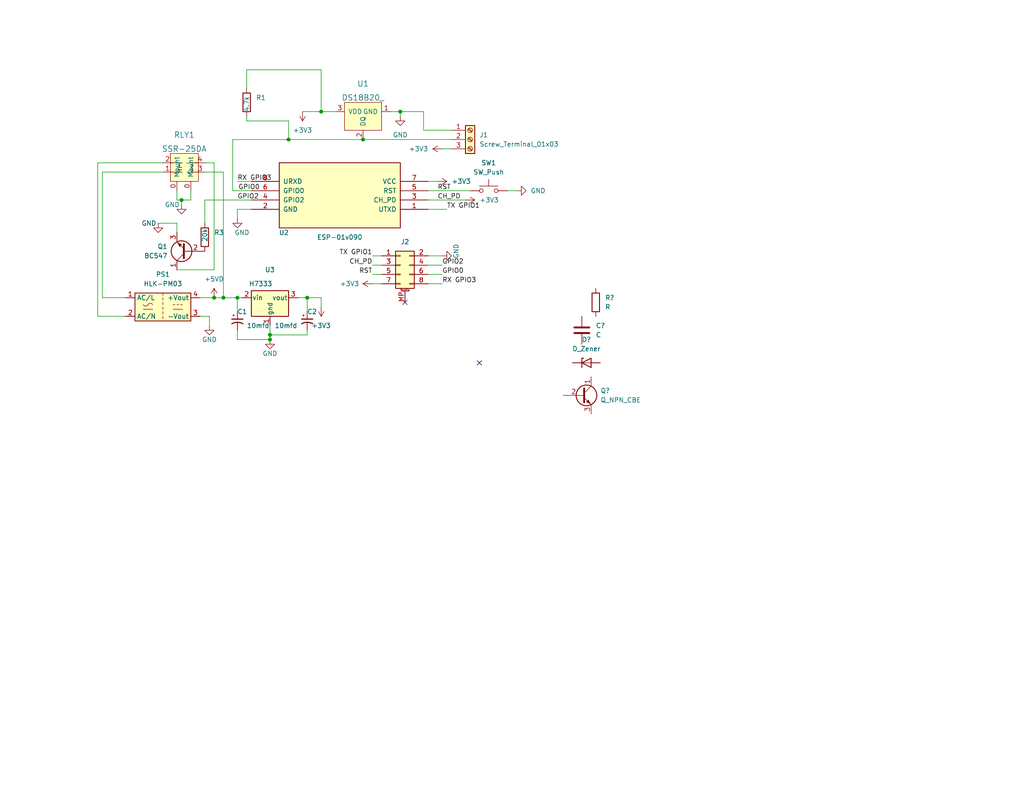
<source format=kicad_sch>
(kicad_sch (version 20211123) (generator eeschema)
  (paper "A")
  (title_block (title "Attic Fan controller Board") (date "2022-01-08") (rev "V01"))
  (lib_symbols
    (symbol "AtticFan_ESP01:ESP-01v090" (pin_names (offset 1.016))
      (property "Reference" "U2" (at 0 13.97 0))
      (property "Value" "ESP-01v090" (at 0 11.43 0))
      (symbol "ESP-01v090_1_0"
        (rectangle (start -16.51 -8.89) (end 16.51 8.89) (stroke (width 0.254)) (fill (type background)))
      )
      (symbol "ESP-01v090_1_1"
        (pin output line (at -24.13 3.81 0) (length 7.62) (name "UTXD") (number "1"))
        (pin power_in line (at 24.13 3.81 180) (length 7.62) (name "GND") (number "2"))
        (pin input line (at -24.13 1.27 0) (length 7.62) (name "CH_PD") (number "3"))
        (pin bidirectional line (at 24.13 1.27 180) (length 7.62) (name "GPIO2") (number "4"))
        (pin input line (at -24.13 -1.27 0) (length 7.62) (name "RST") (number "5"))
        (pin power_out line (at 24.13 -1.27 180) (length 7.62) (name "GPIO0") (number "6"))
        (pin power_in line (at -24.13 -3.81 0) (length 7.62) (name "VCC") (number "7"))
        (pin input line (at 24.13 -3.81 180) (length 7.62) (name "URXD") (number "8"))
      )
    )
    (symbol "AtticFan_Library:SSR-25DA" (pin_names (offset 1.016))
      (property "Reference" "RLY1" (at 3.302 11.43 0))
      (property "Value" "SSR-25DA" (at 3.302 7.62 0))
      (symbol "SSR-25DA_0_1"
        (polyline (pts (xy 1.397 2.54) (xy 2.667 2.54)))
        (polyline (pts (xy 2.667 1.905) (xy 1.397 1.905)))
        (polyline (pts (xy 5.207 1.27) (xy 7.112 1.27)))
        (polyline (pts (xy 7.112 3.81) (xy 5.207 3.81)))
        (polyline (pts (xy -0.508 1.27) (xy 2.032 1.27) (xy 2.032 1.905)))
        (polyline (pts (xy 2.032 2.54) (xy 2.032 3.81) (xy -0.508 3.81)))
        (arc (start 5.207 1.27) (mid 5.5121 1.5875) (end 5.207 1.905))
        (arc (start 5.207 1.905) (mid 5.5121 2.2225) (end 5.207 2.54))
        (arc (start 5.207 2.54) (mid 5.5121 2.8575) (end 5.207 3.175))
        (arc (start 5.207 3.175) (mid 5.5121 3.4925) (end 5.207 3.81))
        (rectangle (start 7.112 -1.27) (end -0.508 6.35) (fill (type background)))
      )
      (symbol "SSR-25DA_1_1"
        (pin power_in line (at 1.27 -3.81 90) (length 2.54) (name "Mount") (number "0"))
        (pin power_in line (at 5.08 -3.81 90) (length 2.54) (name "Mount") (number "0"))
        (pin power_out line (at -2.54 1.27 0) (length 2.54) (name "~~") (number "1"))
        (pin power_in line (at -2.54 3.81 0) (length 2.54) (name "~~") (number "2"))
        (pin power_in line (at 8.89 1.27 180) (length 2.54) (name "+") (number "3"))
        (pin power_in line (at 8.89 3.81 180) (length 2.54) (name "-") (number "4"))
      )
    )
    (symbol "Connector:Screw_Terminal_01x03" (pin_names (offset 1.016) hide)
      (property "Reference" "J" (at 0 5.08 0))
      (property "Value" "Screw_Terminal_01x03" (at 0 -5.08 0))
      (symbol "Screw_Terminal_01x03_1_1"
        (rectangle (start -1.27 3.81) (end 1.27 -3.81) (stroke (width 0.254)) (fill (type background)))
        (circle (center 0 -2.54) (radius 0.635) (stroke (width 0.1524)))
        (polyline (pts (xy -0.5334 -2.2098) (xy 0.3302 -3.048)) (stroke (width 0.1524)))
        (polyline (pts (xy -0.5334 0.3302) (xy 0.3302 -0.508)) (stroke (width 0.1524)))
        (polyline (pts (xy -0.5334 2.8702) (xy 0.3302 2.032)) (stroke (width 0.1524)))
        (polyline (pts (xy -0.3556 -2.032) (xy 0.508 -2.8702)) (stroke (width 0.1524)))
        (polyline (pts (xy -0.3556 0.508) (xy 0.508 -0.3302)) (stroke (width 0.1524)))
        (polyline (pts (xy -0.3556 3.048) (xy 0.508 2.2098)) (stroke (width 0.1524)))
        (circle (center 0 0) (radius 0.635) (stroke (width 0.1524)))
        (circle (center 0 2.54) (radius 0.635) (stroke (width 0.1524)))
        (pin passive line (at -5.08 2.54 0) (length 3.81) (name "Pin_1") (number "1"))
        (pin passive line (at -5.08 0 0) (length 3.81) (name "Pin_2") (number "2"))
        (pin passive line (at -5.08 -2.54 0) (length 3.81) (name "Pin_3") (number "3"))
      )
    )
    (symbol "Connector_Generic_MountingPin:Conn_02x04_Odd_Even_MountingPin" (pin_names (offset 1.016) hide)
      (property "Reference" "J" (at 1.27 5.08 0))
      (property "Value" "Conn_02x04_Odd_Even_MountingPin" (at 2.54 -7.62 0))
      (symbol "Conn_02x04_Odd_Even_MountingPin_1_1"
        (rectangle (start -1.27 -4.953) (end 0 -5.207) (stroke (width 0.1524)))
        (rectangle (start -1.27 -2.413) (end 0 -2.667) (stroke (width 0.1524)))
        (rectangle (start -1.27 0.127) (end 0 -0.127) (stroke (width 0.1524)))
        (rectangle (start -1.27 2.667) (end 0 2.413) (stroke (width 0.1524)))
        (rectangle (start -1.27 3.81) (end 3.81 -6.35) (stroke (width 0.254)) (fill (type background)))
        (polyline (pts (xy 0.254 -7.112) (xy 2.286 -7.112)) (stroke (width 0.1524)))
        (rectangle (start 3.81 -4.953) (end 2.54 -5.207) (stroke (width 0.1524)))
        (rectangle (start 3.81 -2.413) (end 2.54 -2.667) (stroke (width 0.1524)))
        (rectangle (start 3.81 0.127) (end 2.54 -0.127) (stroke (width 0.1524)))
        (rectangle (start 3.81 2.667) (end 2.54 2.413) (stroke (width 0.1524)))
        (text "Mounting" (at 1.27 -6.731 0) (effects (font (size 0.381 0.381))))
        (pin passive line (at -5.08 2.54 0) (length 3.81) (name "Pin_1") (number "1"))
        (pin passive line (at 7.62 2.54 180) (length 3.81) (name "Pin_2") (number "2"))
        (pin passive line (at -5.08 0 0) (length 3.81) (name "Pin_3") (number "3"))
        (pin passive line (at 7.62 0 180) (length 3.81) (name "Pin_4") (number "4"))
        (pin passive line (at -5.08 -2.54 0) (length 3.81) (name "Pin_5") (number "5"))
        (pin passive line (at 7.62 -2.54 180) (length 3.81) (name "Pin_6") (number "6"))
        (pin passive line (at -5.08 -5.08 0) (length 3.81) (name "Pin_7") (number "7"))
        (pin passive line (at 7.62 -5.08 180) (length 3.81) (name "Pin_8") (number "8"))
        (pin passive line (at 1.27 -10.16 90) (length 3.048) (name "MountPin") (number "MP"))
      )
    )
    (symbol "Converter_ACDC:HLK-PM03"
      (property "Reference" "PS" (at 0 5.08 0))
      (property "Value" "HLK-PM03" (at 0 -5.08 0))
      (symbol "HLK-PM03_0_1"
        (rectangle (start -7.62 3.81) (end 7.62 -3.81) (stroke (width 0.254)) (fill (type background)))
        (arc (start -5.334 0.635) (mid -4.699 0.2495) (end -4.064 0.635))
        (arc (start -2.794 0.635) (mid -3.429 1.0072) (end -4.064 0.635))
        (polyline (pts (xy -5.334 -0.635) (xy -2.794 -0.635)))
        (polyline (pts (xy 0 -2.54) (xy 0 -3.175)))
        (polyline (pts (xy 0 -1.27) (xy 0 -1.905)))
        (polyline (pts (xy 0 0) (xy 0 -0.635)))
        (polyline (pts (xy 0 1.27) (xy 0 0.635)))
        (polyline (pts (xy 0 2.54) (xy 0 1.905)))
        (polyline (pts (xy 0 3.81) (xy 0 3.175)))
        (polyline (pts (xy 2.794 -0.635) (xy 5.334 -0.635)))
        (polyline (pts (xy 2.794 0.635) (xy 3.302 0.635)))
        (polyline (pts (xy 3.81 0.635) (xy 4.318 0.635)))
        (polyline (pts (xy 4.826 0.635) (xy 5.334 0.635)))
      )
      (symbol "HLK-PM03_1_1"
        (pin power_in line (at -10.16 2.54 0) (length 2.54) (name "AC/L") (number "1"))
        (pin power_in line (at -10.16 -2.54 0) (length 2.54) (name "AC/N") (number "2"))
        (pin power_out line (at 10.16 -2.54 180) (length 2.54) (name "-Vout") (number "3"))
        (pin power_out line (at 10.16 2.54 180) (length 2.54) (name "+Vout") (number "4"))
      )
    )
    (symbol "Device:C" (pin_numbers hide) (pin_names (offset 0.254))
      (property "Reference" "C" (at 0.635 2.54 0))
      (property "Value" "C" (at 0.635 -2.54 0))
      (symbol "C_0_1"
        (polyline (pts (xy -2.032 -0.762) (xy 2.032 -0.762)) (stroke (width 0.508)))
        (polyline (pts (xy -2.032 0.762) (xy 2.032 0.762)) (stroke (width 0.508)))
      )
      (symbol "C_1_1"
        (pin passive line (at 0 3.81 270) (length 2.794) (name "~") (number "1"))
        (pin passive line (at 0 -3.81 90) (length 2.794) (name "~") (number "2"))
      )
    )
    (symbol "Device:C_Polarized_Small_US" (pin_numbers hide) (pin_names (offset 0.254) hide)
      (property "Reference" "C" (at 0.254 1.778 0))
      (property "Value" "C_Polarized_Small_US" (at 0.254 -2.032 0))
      (symbol "C_Polarized_Small_US_0_1"
        (polyline (pts (xy -1.524 0.508) (xy 1.524 0.508)) (stroke (width 0.3048)))
        (polyline (pts (xy -1.27 1.524) (xy -0.762 1.524)))
        (polyline (pts (xy -1.016 1.27) (xy -1.016 1.778)))
        (arc (start 1.524 -0.762) (mid 0 -0.3734) (end -1.524 -0.762) (stroke (width 0.3048)))
      )
      (symbol "C_Polarized_Small_US_1_1"
        (pin passive line (at 0 2.54 270) (length 2.032) (name "~") (number "1"))
        (pin passive line (at 0 -2.54 90) (length 2.032) (name "~") (number "2"))
      )
    )
    (symbol "Device:D_Zener" (pin_numbers hide) (pin_names (offset 1.016) hide)
      (property "Reference" "D" (at 0 2.54 0))
      (property "Value" "D_Zener" (at 0 -2.54 0))
      (symbol "D_Zener_0_1"
        (polyline (pts (xy 1.27 0) (xy -1.27 0)))
        (polyline (pts (xy -1.27 -1.27) (xy -1.27 1.27) (xy -0.762 1.27)) (stroke (width 0.254)))
        (polyline (pts (xy 1.27 -1.27) (xy 1.27 1.27) (xy -1.27 0) (xy 1.27 -1.27)) (stroke (width 0.254)))
      )
      (symbol "D_Zener_1_1"
        (pin passive line (at -3.81 0 0) (length 2.54) (name "K") (number "1"))
        (pin passive line (at 3.81 0 180) (length 2.54) (name "A") (number "2"))
      )
    )
    (symbol "Device:Q_NPN_CBE" (pin_names (offset 0) hide)
      (property "Reference" "Q" (at 5.08 1.27 0))
      (property "Value" "Q_NPN_CBE" (at 5.08 -1.27 0))
      (symbol "Q_NPN_CBE_0_1"
        (polyline (pts (xy 0.635 0.635) (xy 2.54 2.54)))
        (polyline (pts (xy 0.635 -0.635) (xy 2.54 -2.54) (xy 2.54 -2.54)))
        (polyline (pts (xy 0.635 1.905) (xy 0.635 -1.905) (xy 0.635 -1.905)) (stroke (width 0.508)))
        (polyline (pts (xy 1.27 -1.778) (xy 1.778 -1.27) (xy 2.286 -2.286) (xy 1.27 -1.778) (xy 1.27 -1.778)) (fill (type outline)))
        (circle (center 1.27 0) (radius 2.8194) (stroke (width 0.254)))
      )
      (symbol "Q_NPN_CBE_1_1"
        (pin passive line (at 2.54 5.08 270) (length 2.54) (name "C") (number "1"))
        (pin input line (at -5.08 0 0) (length 5.715) (name "B") (number "2"))
        (pin passive line (at 2.54 -5.08 90) (length 2.54) (name "E") (number "3"))
      )
    )
    (symbol "Device:R" (pin_numbers hide) (pin_names (offset 0))
      (property "Reference" "R" (at 2.032 0 90))
      (property "Value" "R" (at 0 0 90))
      (symbol "R_0_1"
        (rectangle (start -1.016 -2.54) (end 1.016 2.54) (stroke (width 0.254)))
      )
      (symbol "R_1_1"
        (pin passive line (at 0 3.81 270) (length 1.27) (name "~") (number "1"))
        (pin passive line (at 0 -3.81 90) (length 1.27) (name "~") (number "2"))
      )
    )
    (symbol "Regulator_Linear:LM317L_SOT-89" (pin_names (offset 0.254))
      (property "Reference" "U?" (at 0 7.62 0))
      (property "Value" "H7333" (at -2.54 3.81 0))
      (symbol "LM317L_SOT-89_0_1"
        (rectangle (start -5.08 1.905) (end 5.08 -5.08) (stroke (width 0.254)) (fill (type background)))
      )
      (symbol "LM317L_SOT-89_1_1"
        (pin bidirectional line (at 0 -7.62 90) (length 2.54) (name "gnd") (number "1"))
        (pin power_in line (at -7.62 0 0) (length 2.54) (name "vin") (number "2"))
        (pin power_out line (at 7.62 0 180) (length 2.54) (name "vout") (number "3"))
      )
    )
    (symbol "Switch:SW_Push" (pin_numbers hide) (pin_names (offset 1.016) hide)
      (property "Reference" "SW" (at 1.27 2.54 0))
      (property "Value" "SW_Push" (at 0 -1.524 0))
      (symbol "SW_Push_0_1"
        (circle (center -2.032 0) (radius 0.508))
        (polyline (pts (xy 0 1.27) (xy 0 3.048)))
        (polyline (pts (xy 2.54 1.27) (xy -2.54 1.27)))
        (circle (center 2.032 0) (radius 0.508))
        (pin passive line (at -5.08 0 0) (length 2.54) (name "1") (number "1"))
        (pin passive line (at 5.08 0 180) (length 2.54) (name "2") (number "2"))
      )
    )
    (symbol "Transistor_BJT:BC547" (pin_names (offset 0) hide)
      (property "Reference" "Q" (at 5.08 1.905 0))
      (property "Value" "BC547" (at 5.08 0 0))
      (symbol "BC547_0_1"
        (polyline (pts (xy 0 0) (xy 0.635 0)))
        (polyline (pts (xy 0.635 0.635) (xy 2.54 2.54)))
        (polyline (pts (xy 0.635 -0.635) (xy 2.54 -2.54) (xy 2.54 -2.54)))
        (polyline (pts (xy 0.635 1.905) (xy 0.635 -1.905) (xy 0.635 -1.905)) (stroke (width 0.508)))
        (polyline (pts (xy 1.27 -1.778) (xy 1.778 -1.27) (xy 2.286 -2.286) (xy 1.27 -1.778) (xy 1.27 -1.778)) (fill (type outline)))
        (circle (center 1.27 0) (radius 2.8194) (stroke (width 0.254)))
      )
      (symbol "BC547_1_1"
        (pin passive line (at 2.54 5.08 270) (length 2.54) (name "C") (number "1"))
        (pin input line (at -5.08 0 0) (length 5.08) (name "B") (number "2"))
        (pin passive line (at 2.54 -5.08 90) (length 2.54) (name "E") (number "3"))
      )
    )
    (symbol "dk_Temperature-Sensors-Analog-and-Digital-Output:DS18B20_" (pin_names (offset 1.016))
      (property "Reference" "U" (at -6.35 6.35 0))
      (property "Value" "DS18B20_" (at 2.54 -7.62 0))
      (symbol "DS18B20__0_1"
        (rectangle (start -5.08 5.08) (end 2.54 -5.08) (fill (type background)))
      )
      (symbol "DS18B20__1_1"
        (pin power_in line (at 0 -7.62 90) (length 2.54) (name "GND") (number "1"))
        (pin bidirectional line (at -7.62 0 0) (length 2.54) (name "DQ") (number "2"))
        (pin power_in line (at 0 7.62 270) (length 2.54) (name "VDD") (number "3"))
      )
    )
    (symbol "power:+3.3V" (power) (pin_names (offset 0))
      (property "Value" "+3.3V" (at 0 3.556 0))
      (symbol "+3.3V_0_1"
        (polyline (pts (xy -0.762 1.27) (xy 0 2.54)))
        (polyline (pts (xy 0 0) (xy 0 2.54)))
        (polyline (pts (xy 0 2.54) (xy 0.762 1.27)))
      )
      (symbol "+3.3V_1_1"
        (pin power_in line (at 0 0 90) (length 0) hide (name "+3V3") (number "1"))
      )
    )
    (symbol "power:+5VD" (power) (pin_names (offset 0))
      (property "Value" "+5VD" (at 0 3.556 0))
      (symbol "+5VD_0_1"
        (polyline (pts (xy -0.762 1.27) (xy 0 2.54)))
        (polyline (pts (xy 0 0) (xy 0 2.54)))
        (polyline (pts (xy 0 2.54) (xy 0.762 1.27)))
      )
      (symbol "+5VD_1_1"
        (pin power_in line (at 0 0 90) (length 0) hide (name "+5VD") (number "1"))
      )
    )
    (symbol "power:GND" (power) (pin_names (offset 0))
      (property "Value" "GND" (at 0 -3.81 0))
      (symbol "GND_0_1"
        (polyline (pts (xy 0 0) (xy 0 -1.27) (xy 1.27 -1.27) (xy 0 -2.54) (xy -1.27 -1.27) (xy 0 -1.27)))
      )
      (symbol "GND_1_1"
        (pin power_in line (at 0 0 270) (length 0) hide (name "GND") (number "1"))
      )
    )
  )
  (junction (at 73.66 91.44))
  (junction (at 64.77 81.28))
  (junction (at 78.74 38.1))
  (junction (at 87.63 30.48))
  (junction (at 49.53 54.61))
  (junction (at 83.82 81.28))
  (junction (at 60.96 81.28))
  (junction (at 109.22 30.48))
  (junction (at 99.06 38.1))
  (junction (at 73.66 92.71))
  (junction (at 58.42 81.28))
  (no_connect (at 110.49 82.55))
  (no_connect (at 130.81 99.06))
  (wire (pts (xy 123.19 38.1) (xy 99.06 38.1)))
  (wire (pts (xy 67.31 33.02) (xy 78.74 33.02)))
  (wire (pts (xy 26.67 86.36) (xy 34.29 86.36)))
  (wire (pts (xy 64.77 81.28) (xy 66.04 81.28)))
  (wire (pts (xy 64.77 57.15) (xy 64.77 59.69)))
  (wire (pts (xy 48.26 54.61) (xy 49.53 54.61)))
  (wire (pts (xy 109.22 30.48) (xy 115.57 30.48)))
  (wire (pts (xy 106.68 30.48) (xy 109.22 30.48)))
  (wire (pts (xy 55.88 54.61) (xy 68.58 54.61)))
  (wire (pts (xy 78.74 38.1) (xy 63.5 38.1)))
  (wire (pts (xy 67.31 31.75) (xy 67.31 33.02)))
  (wire (pts (xy 52.07 54.61) (xy 49.53 54.61)))
  (wire (pts (xy 115.57 35.56) (xy 123.19 35.56)))
  (wire (pts (xy 116.84 77.47) (xy 120.65 77.47)))
  (wire (pts (xy 60.96 46.99) (xy 60.96 81.28)))
  (wire (pts (xy 44.45 44.45) (xy 26.67 44.45)))
  (wire (pts (xy 34.29 81.28) (xy 27.94 81.28)))
  (wire (pts (xy 116.84 69.85) (xy 120.65 69.85)))
  (wire (pts (xy 49.53 54.61) (xy 49.53 55.88)))
  (wire (pts (xy 116.84 57.15) (xy 121.92 57.15)))
  (wire (pts (xy 101.6 77.47) (xy 104.14 77.47)))
  (wire (pts (xy 55.88 54.61) (xy 55.88 60.96)))
  (wire (pts (xy 83.82 90.17) (xy 83.82 91.44)))
  (wire (pts (xy 73.66 88.9) (xy 73.66 91.44)))
  (wire (pts (xy 60.96 46.99) (xy 55.88 46.99)))
  (wire (pts (xy 73.66 91.44) (xy 73.66 92.71)))
  (wire (pts (xy 63.5 52.07) (xy 68.58 52.07)))
  (wire (pts (xy 101.6 72.39) (xy 104.14 72.39)))
  (wire (pts (xy 68.58 57.15) (xy 64.77 57.15)))
  (wire (pts (xy 67.31 19.05) (xy 67.31 24.13)))
  (wire (pts (xy 116.84 72.39) (xy 120.65 72.39)))
  (wire (pts (xy 64.77 92.71) (xy 73.66 92.71)))
  (wire (pts (xy 83.82 81.28) (xy 87.63 81.28)))
  (wire (pts (xy 26.67 44.45) (xy 26.67 86.36)))
  (wire (pts (xy 101.6 69.85) (xy 104.14 69.85)))
  (wire (pts (xy 116.84 49.53) (xy 119.38 49.53)))
  (wire (pts (xy 63.5 38.1) (xy 63.5 52.07)))
  (wire (pts (xy 115.57 30.48) (xy 115.57 35.56)))
  (wire (pts (xy 52.07 52.07) (xy 52.07 54.61)))
  (wire (pts (xy 116.84 74.93) (xy 120.65 74.93)))
  (wire (pts (xy 120.65 40.64) (xy 123.19 40.64)))
  (wire (pts (xy 54.61 81.28) (xy 58.42 81.28)))
  (wire (pts (xy 58.42 81.28) (xy 60.96 81.28)))
  (wire (pts (xy 58.42 73.66) (xy 58.42 44.45)))
  (wire (pts (xy 109.22 30.48) (xy 109.22 31.75)))
  (wire (pts (xy 87.63 19.05) (xy 87.63 30.48)))
  (wire (pts (xy 57.15 86.36) (xy 57.15 88.9)))
  (wire (pts (xy 99.06 38.1) (xy 78.74 38.1)))
  (wire (pts (xy 64.77 90.17) (xy 64.77 92.71)))
  (wire (pts (xy 87.63 81.28) (xy 87.63 83.82)))
  (wire (pts (xy 64.77 49.53) (xy 68.58 49.53)))
  (wire (pts (xy 101.6 74.93) (xy 104.14 74.93)))
  (wire (pts (xy 60.96 81.28) (xy 64.77 81.28)))
  (wire (pts (xy 82.55 30.48) (xy 87.63 30.48)))
  (wire (pts (xy 81.28 81.28) (xy 83.82 81.28)))
  (wire (pts (xy 27.94 81.28) (xy 27.94 46.99)))
  (wire (pts (xy 58.42 44.45) (xy 55.88 44.45)))
  (wire (pts (xy 138.43 52.07) (xy 140.97 52.07)))
  (wire (pts (xy 83.82 81.28) (xy 83.82 85.09)))
  (wire (pts (xy 67.31 19.05) (xy 87.63 19.05)))
  (wire (pts (xy 48.26 73.66) (xy 58.42 73.66)))
  (wire (pts (xy 48.26 60.96) (xy 48.26 63.5)))
  (wire (pts (xy 64.77 81.28) (xy 64.77 85.09)))
  (wire (pts (xy 78.74 33.02) (xy 78.74 38.1)))
  (wire (pts (xy 87.63 30.48) (xy 91.44 30.48)))
  (wire (pts (xy 116.84 52.07) (xy 128.27 52.07)))
  (wire (pts (xy 73.66 91.44) (xy 83.82 91.44)))
  (wire (pts (xy 54.61 86.36) (xy 57.15 86.36)))
  (wire (pts (xy 27.94 46.99) (xy 44.45 46.99)))
  (wire (pts (xy 43.18 60.96) (xy 48.26 60.96)))
  (wire (pts (xy 116.84 54.61) (xy 127 54.61)))
  (wire (pts (xy 48.26 52.07) (xy 48.26 54.61)))
  (label "RX GPIO3" (at 64.77 49.53 0))
  (label "GPIO0" (at 120.65 74.93 0))
  (label "TX GPIO1" (at 121.92 57.15 0))
  (label "CH_PD" (at 119.38 54.61 0))
  (label "GPIO0" (at 65.0213 52.07 0))
  (label "CH_PD" (at 101.6 72.39 180))
  (label "RST" (at 119.38 52.07 0))
  (label "GPIO2" (at 120.65 72.39 0))
  (label "RX GPIO3" (at 120.65 77.47 0))
  (label "GPIO2" (at 64.77 54.61 0))
  (label "RST" (at 101.6 74.93 180))
  (label "TX GPIO1" (at 101.6 69.85 180))
  (symbol (lib_id "dk_Temperature-Sensors-Analog-and-Digital-Output:DS18B20_") (at 99.06 30.48 90) (unit 1)
    (property "Reference" "U1" (at 99.06 22.86 90) (effects (font (size 1.524 1.524))))
    (property "Value" "DS18B20_" (at 99.06 26.67 90) (effects (font (size 1.524 1.524))))
    (property "Footprint" "digikey-footprints:TO-92-3" (effects hide))
    (property "Datasheet" "https://datasheets.maximintegrated.com/en/ds/DS18B20.pdf" (effects hide))
    (property "Digi-Key_PN" "DS18B20+-ND" (effects hide))
    (property "MPN" "DS18B20+" (effects hide))
    (property "Category" "Sensors, Transducers" (effects hide))
    (property "Family" "Temperature Sensors - Analog and Digital Output" (effects hide))
    (property "DK_Datasheet_Link" "https://datasheets.maximintegrated.com/en/ds/DS18B20.pdf" (effects hide))
    (property "DK_Detail_Page" "/product-detail/en/maxim-integrated/DS18B20-/DS18B20--ND/956983" (effects hide))
    (property "Description" "SENSOR DIGITAL -55C-125C TO92-3" (effects hide))
    (property "Manufacturer" "Maxim Integrated" (effects hide))
    (property "Status" "Active" (effects hide))
  )
  (symbol (lib_id "power:GND") (at 140.97 52.07 90) (unit 1)
    (property "Reference" "#PWR05" (effects hide))
    (property "Value" "GND" (at 144.78 52.0699 90) (effects (justify right)))
  )
  (symbol (lib_id "Device:C_Polarized_Small_US") (at 83.82 87.63 0) (unit 1)
    (property "Reference" "C2" (at 83.82 85.09 0) (effects (justify left)))
    (property "Value" "10mfd" (at 74.93 88.9 0) (effects (justify left)))
    (property "Footprint" "Capacitor_THT:CP_Radial_D4.0mm_P1.50mm" (effects hide))
  )
  (symbol (lib_id "power:+3.3V") (at 101.6 77.47 90) (unit 1)
    (property "Reference" "#PWR012" (effects hide))
    (property "Value" "+3.3V" (at 92.71 77.47 90) (effects (justify right)))
  )
  (symbol (lib_id "power:GND") (at 73.66 92.71 0) (unit 1)
    (property "Reference" "#PWR016" (effects hide))
    (property "Value" "GND" (at 73.66 96.52 0))
  )
  (symbol (lib_id "power:GND") (at 43.18 60.96 0) (unit 1)
    (property "Reference" "#PWR010" (effects hide))
    (property "Value" "GND" (at 40.64 60.96 0))
  )
  (symbol (lib_id "Device:R") (at 55.88 64.77 0) (unit 1)
    (property "Reference" "R3" (at 58.42 63.4999 0) (effects (justify left)))
    (property "Value" "20k" (at 55.88 66.04 90) (effects (justify left)))
    (property "Footprint" "Resistor_THT:R_Axial_DIN0207_L6.3mm_D2.5mm_P10.16mm_Horizontal" (effects hide))
  )
  (symbol (lib_id "AtticFan_Library:SSR-25DA") (at 46.99 48.26 0) (unit 1)
    (property "Reference" "RLY1" (at 50.292 36.83 0) (effects (font (size 1.524 1.524))))
    (property "Value" "SSR-25DA" (at 50.292 40.64 0) (effects (font (size 1.524 1.524))))
    (property "Footprint" "My_FootPrint_Library:SSR-25 DA" (effects hide))
    (property "Datasheet" "https://cotorelay.com/wp-content/uploads/2014/09/9007_series_reed_relay_datasheet.pdf" (effects hide))
    (property "Digi-Key_PN" "306-1062-ND" (effects hide))
    (property "MPN" "9007-05-00" (effects hide))
    (property "Category" "Relays" (effects hide))
    (property "Family" "Reed Relays" (effects hide))
    (property "DK_Datasheet_Link" "https://cotorelay.com/wp-content/uploads/2014/09/9007_series_reed_relay_datasheet.pdf" (effects hide))
    (property "DK_Detail_Page" "/product-detail/en/coto-technology/9007-05-00/306-1062-ND/301696" (effects hide))
    (property "Description" "RELAY REED SPST 500MA 5V" (effects hide))
    (property "Manufacturer" "Coto Technology" (effects hide))
    (property "Status" "Active" (effects hide))
  )
  (symbol (lib_id "Transistor_BJT:BC547") (at 50.8 68.58 180) (unit 1)
    (property "Reference" "Q1" (at 45.72 67.3099 0) (effects (justify left)))
    (property "Value" "BC547" (at 45.72 69.8499 0) (effects (justify left)))
    (property "Footprint" "Package_TO_SOT_THT:TO-92_Inline" (effects hide))
    (property "Datasheet" "https://www.onsemi.com/pub/Collateral/BC550-D.pdf" (effects hide))
  )
  (symbol (lib_id "power:GND") (at 109.22 31.75 0) (unit 1)
    (property "Reference" "#PWR02" (effects hide))
    (property "Value" "GND" (at 109.22 36.83 0))
  )
  (symbol (lib_id "Device:C_Polarized_Small_US") (at 64.77 87.63 0) (unit 1)
    (property "Reference" "C1" (at 64.77 85.09 0) (effects (justify left)))
    (property "Value" "10mfd" (at 67.31 88.9 0) (effects (justify left)))
    (property "Footprint" "Capacitor_THT:CP_Radial_D4.0mm_P1.50mm" (effects hide))
  )
  (symbol (lib_id "Connector:Screw_Terminal_01x03") (at 128.27 38.1 0) (unit 1)
    (property "Reference" "J1" (at 130.81 36.8299 0) (effects (justify left)))
    (property "Value" "Screw_Terminal_01x03" (at 130.81 39.3699 0) (effects (justify left)))
    (property "Footprint" "TerminalBlock_Phoenix:TerminalBlock_Phoenix_PT-1,5-3-5.0-H_1x03_P5.00mm_Horizontal" (effects hide))
  )
  (symbol (lib_id "Converter_ACDC:HLK-PM03") (at 44.45 83.82 0) (unit 1)
    (property "Reference" "PS1" (at 44.45 74.93 0))
    (property "Value" "HLK-PM03" (at 44.45 77.47 0))
    (property "Footprint" "Converter_ACDC:Converter_ACDC_HiLink_HLK-PMxx" (effects hide))
    (property "Datasheet" "http://www.hlktech.net/product_detail.php?ProId=59" (effects hide))
  )
  (symbol (lib_id "power:+5VD") (at 58.42 81.28 0) (unit 1)
    (property "Reference" "#PWR013" (effects hide))
    (property "Value" "+5VD" (at 58.42 76.2 0))
  )
  (symbol (lib_id "Device:C") (at 158.75 90.17 0) (unit 1)
    (property "Reference" "C?" (at 162.56 88.8999 0) (effects (justify left)))
    (property "Value" "C" (at 162.56 91.4399 0) (effects (justify left)))
  )
  (symbol (lib_id "Device:Q_NPN_CBE") (at 158.75 107.95 0) (unit 1)
    (property "Reference" "Q?" (at 163.83 106.6799 0) (effects (justify left)))
    (property "Value" "Q_NPN_CBE" (at 163.83 109.2199 0) (effects (justify left)))
  )
  (symbol (lib_id "Device:R") (at 67.31 27.94 0) (unit 1)
    (property "Reference" "R1" (at 69.85 26.6699 0) (effects (justify left)))
    (property "Value" "4.7k" (at 67.31 30.48 90) (effects (justify left)))
    (property "Footprint" "Resistor_THT:R_Axial_DIN0207_L6.3mm_D2.5mm_P10.16mm_Horizontal" (effects hide))
  )
  (symbol (lib_id "power:GND") (at 120.65 69.85 90) (unit 1)
    (property "Reference" "#PWR011" (effects hide))
    (property "Value" "GND" (at 124.46 68.58 0))
  )
  (symbol (lib_id "power:+3.3V") (at 120.65 40.64 90) (unit 1)
    (property "Reference" "#PWR03" (effects hide))
    (property "Value" "+3.3V" (at 116.84 40.6399 90) (effects (justify left)))
  )
  (symbol (lib_id "Device:R") (at 162.56 82.55 0) (unit 1)
    (property "Reference" "R?" (at 165.1 81.2799 0) (effects (justify left)))
    (property "Value" "R" (at 165.1 83.8199 0) (effects (justify left)))
  )
  (symbol (lib_id "Switch:SW_Push") (at 133.35 52.07 0) (unit 1)
    (property "Reference" "SW1" (at 133.35 44.45 0))
    (property "Value" "SW_Push" (at 133.35 46.99 0))
    (property "Footprint" "Library:SW_PUSH_6mm_H5mm" (effects hide))
  )
  (symbol (lib_id "power:+3.3V") (at 87.63 83.82 180) (unit 1)
    (property "Reference" "#PWR014" (effects hide))
    (property "Value" "+3.3V" (at 87.63 88.9 0))
  )
  (symbol (lib_id "Regulator_Linear:LM317L_SOT-89") (at 73.66 81.28 0) (unit 1)
    (property "Reference" "U3" (at 73.66 73.66 0))
    (property "Value" "H7333" (at 71.12 77.47 0))
    (property "Footprint" "Package_TO_SOT_SMD:SOT-89-3" (effects hide))
    (property "Datasheet" "http://www.ti.com/lit/ds/symlink/lm317l.pdf" (effects hide))
  )
  (symbol (lib_id "power:GND") (at 57.15 88.9 0) (unit 1)
    (property "Reference" "#PWR015" (effects hide))
    (property "Value" "GND" (at 57.15 92.71 0))
  )
  (symbol (lib_id "power:+3.3V") (at 82.55 30.48 180) (unit 1)
    (property "Reference" "#PWR01" (effects hide))
    (property "Value" "+3.3V" (at 82.55 35.56 0))
  )
  (symbol (lib_id "power:GND") (at 64.77 59.69 0) (unit 1)
    (property "Reference" "#PWR09" (effects hide))
    (property "Value" "GND" (at 66.04 63.5 0))
  )
  (symbol (lib_id "Connector_Generic_MountingPin:Conn_02x04_Odd_Even_MountingPin") (at 109.22 72.39 0) (unit 1)
    (property "Reference" "J2" (at 110.49 66.04 0))
    (property "Value" "Conn_02x04_Odd_Even_MountingPin" (effects hide))
    (property "Footprint" "Library:PinSocket_2x04_P2.54mm_Vertical" (effects hide))
  )
  (symbol (lib_id "power:GND") (at 49.53 55.88 0) (unit 1)
    (property "Reference" "#PWR07" (effects hide))
    (property "Value" "GND" (at 46.99 55.88 0))
  )
  (symbol (lib_id "power:+3.3V") (at 119.38 49.53 270) (unit 1)
    (property "Reference" "#PWR04" (effects hide))
    (property "Value" "+3.3V" (at 123.19 49.5299 90) (effects (justify left)))
  )
  (symbol (lib_id "power:+3.3V") (at 127 54.61 270) (unit 1)
    (property "Reference" "#PWR06" (effects hide))
    (property "Value" "+3.3V" (at 130.81 54.6099 90) (effects (justify left)))
  )
  (symbol (lib_id "Device:D_Zener") (at 160.02 99.06 0) (unit 1)
    (property "Reference" "D?" (at 160.02 92.71 0))
    (property "Value" "D_Zener" (at 160.02 95.25 0))
  )
  (symbol (lib_id "AtticFan_ESP01:ESP-01v090") (at 92.71 53.34 180) (unit 1)
    (property "Reference" "U2" (at 77.47 63.5 0))
    (property "Value" "ESP-01v090" (at 92.71 64.77 0))
    (property "Footprint" "My_FootPrint_Library:ESP-01" (effects hide))
    (property "Datasheet" "http://l0l.org.uk/2014/12/esp8266-modules-hardware-guide-gotta-catch-em-all/" (effects hide))
  )
)
</source>
